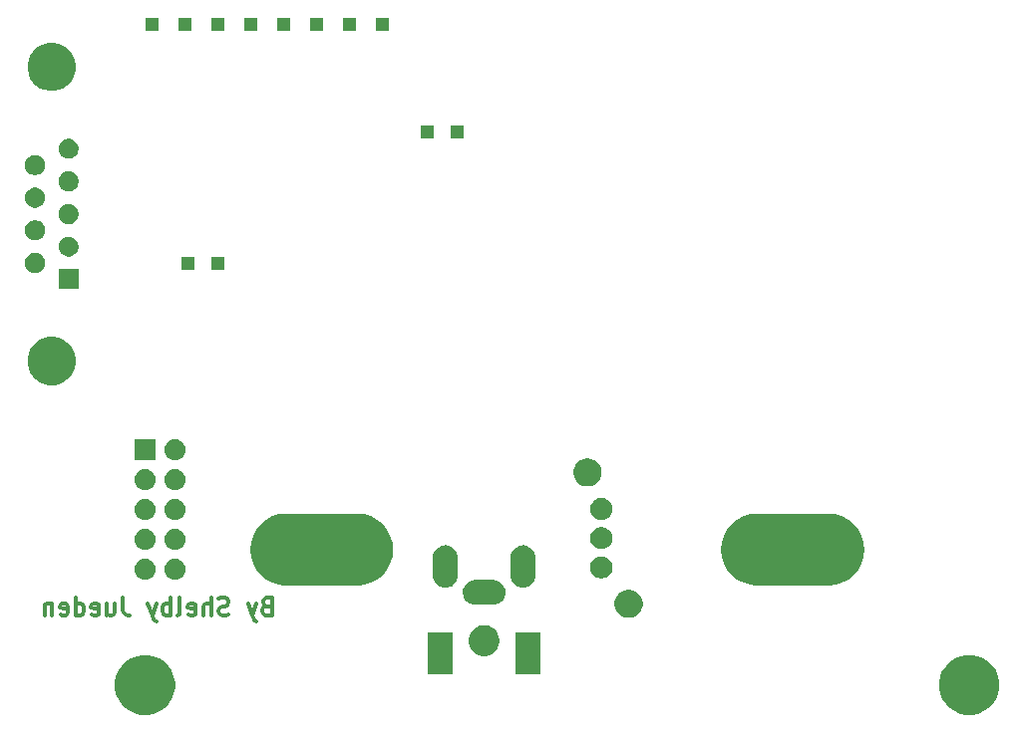
<source format=gbr>
G04 #@! TF.GenerationSoftware,KiCad,Pcbnew,5.1.4-3.fc30*
G04 #@! TF.CreationDate,2019-11-02T10:54:17-07:00*
G04 #@! TF.ProjectId,adampsu,6164616d-7073-4752-9e6b-696361645f70,rev?*
G04 #@! TF.SameCoordinates,Original*
G04 #@! TF.FileFunction,Soldermask,Bot*
G04 #@! TF.FilePolarity,Negative*
%FSLAX46Y46*%
G04 Gerber Fmt 4.6, Leading zero omitted, Abs format (unit mm)*
G04 Created by KiCad (PCBNEW 5.1.4-3.fc30) date 2019-11-02 10:54:17*
%MOMM*%
%LPD*%
G04 APERTURE LIST*
%ADD10C,0.300000*%
%ADD11C,0.100000*%
G04 APERTURE END LIST*
D10*
X113318571Y-152292857D02*
X113104285Y-152364285D01*
X113032857Y-152435714D01*
X112961428Y-152578571D01*
X112961428Y-152792857D01*
X113032857Y-152935714D01*
X113104285Y-153007142D01*
X113247142Y-153078571D01*
X113818571Y-153078571D01*
X113818571Y-151578571D01*
X113318571Y-151578571D01*
X113175714Y-151650000D01*
X113104285Y-151721428D01*
X113032857Y-151864285D01*
X113032857Y-152007142D01*
X113104285Y-152150000D01*
X113175714Y-152221428D01*
X113318571Y-152292857D01*
X113818571Y-152292857D01*
X112461428Y-152078571D02*
X112104285Y-153078571D01*
X111747142Y-152078571D02*
X112104285Y-153078571D01*
X112247142Y-153435714D01*
X112318571Y-153507142D01*
X112461428Y-153578571D01*
X110104285Y-153007142D02*
X109890000Y-153078571D01*
X109532857Y-153078571D01*
X109390000Y-153007142D01*
X109318571Y-152935714D01*
X109247142Y-152792857D01*
X109247142Y-152650000D01*
X109318571Y-152507142D01*
X109390000Y-152435714D01*
X109532857Y-152364285D01*
X109818571Y-152292857D01*
X109961428Y-152221428D01*
X110032857Y-152150000D01*
X110104285Y-152007142D01*
X110104285Y-151864285D01*
X110032857Y-151721428D01*
X109961428Y-151650000D01*
X109818571Y-151578571D01*
X109461428Y-151578571D01*
X109247142Y-151650000D01*
X108604285Y-153078571D02*
X108604285Y-151578571D01*
X107961428Y-153078571D02*
X107961428Y-152292857D01*
X108032857Y-152150000D01*
X108175714Y-152078571D01*
X108390000Y-152078571D01*
X108532857Y-152150000D01*
X108604285Y-152221428D01*
X106675714Y-153007142D02*
X106818571Y-153078571D01*
X107104285Y-153078571D01*
X107247142Y-153007142D01*
X107318571Y-152864285D01*
X107318571Y-152292857D01*
X107247142Y-152150000D01*
X107104285Y-152078571D01*
X106818571Y-152078571D01*
X106675714Y-152150000D01*
X106604285Y-152292857D01*
X106604285Y-152435714D01*
X107318571Y-152578571D01*
X105747142Y-153078571D02*
X105890000Y-153007142D01*
X105961428Y-152864285D01*
X105961428Y-151578571D01*
X105175714Y-153078571D02*
X105175714Y-151578571D01*
X105175714Y-152150000D02*
X105032857Y-152078571D01*
X104747142Y-152078571D01*
X104604285Y-152150000D01*
X104532857Y-152221428D01*
X104461428Y-152364285D01*
X104461428Y-152792857D01*
X104532857Y-152935714D01*
X104604285Y-153007142D01*
X104747142Y-153078571D01*
X105032857Y-153078571D01*
X105175714Y-153007142D01*
X103961428Y-152078571D02*
X103604285Y-153078571D01*
X103247142Y-152078571D02*
X103604285Y-153078571D01*
X103747142Y-153435714D01*
X103818571Y-153507142D01*
X103961428Y-153578571D01*
X101104285Y-151578571D02*
X101104285Y-152650000D01*
X101175714Y-152864285D01*
X101318571Y-153007142D01*
X101532857Y-153078571D01*
X101675714Y-153078571D01*
X99747142Y-152078571D02*
X99747142Y-153078571D01*
X100390000Y-152078571D02*
X100390000Y-152864285D01*
X100318571Y-153007142D01*
X100175714Y-153078571D01*
X99961428Y-153078571D01*
X99818571Y-153007142D01*
X99747142Y-152935714D01*
X98461428Y-153007142D02*
X98604285Y-153078571D01*
X98890000Y-153078571D01*
X99032857Y-153007142D01*
X99104285Y-152864285D01*
X99104285Y-152292857D01*
X99032857Y-152150000D01*
X98890000Y-152078571D01*
X98604285Y-152078571D01*
X98461428Y-152150000D01*
X98390000Y-152292857D01*
X98390000Y-152435714D01*
X99104285Y-152578571D01*
X97104285Y-153078571D02*
X97104285Y-151578571D01*
X97104285Y-153007142D02*
X97247142Y-153078571D01*
X97532857Y-153078571D01*
X97675714Y-153007142D01*
X97747142Y-152935714D01*
X97818571Y-152792857D01*
X97818571Y-152364285D01*
X97747142Y-152221428D01*
X97675714Y-152150000D01*
X97532857Y-152078571D01*
X97247142Y-152078571D01*
X97104285Y-152150000D01*
X95818571Y-153007142D02*
X95961428Y-153078571D01*
X96247142Y-153078571D01*
X96390000Y-153007142D01*
X96461428Y-152864285D01*
X96461428Y-152292857D01*
X96390000Y-152150000D01*
X96247142Y-152078571D01*
X95961428Y-152078571D01*
X95818571Y-152150000D01*
X95747142Y-152292857D01*
X95747142Y-152435714D01*
X96461428Y-152578571D01*
X95104285Y-152078571D02*
X95104285Y-153078571D01*
X95104285Y-152221428D02*
X95032857Y-152150000D01*
X94890000Y-152078571D01*
X94675714Y-152078571D01*
X94532857Y-152150000D01*
X94461428Y-152292857D01*
X94461428Y-153078571D01*
D11*
G36*
X173744098Y-156547033D02*
G01*
X174208350Y-156739332D01*
X174208352Y-156739333D01*
X174626168Y-157018509D01*
X174981491Y-157373832D01*
X175260667Y-157791648D01*
X175260668Y-157791650D01*
X175452967Y-158255902D01*
X175551000Y-158748747D01*
X175551000Y-159251253D01*
X175452967Y-159744098D01*
X175260668Y-160208350D01*
X175260667Y-160208352D01*
X174981491Y-160626168D01*
X174626168Y-160981491D01*
X174208352Y-161260667D01*
X174208351Y-161260668D01*
X174208350Y-161260668D01*
X173744098Y-161452967D01*
X173251253Y-161551000D01*
X172748747Y-161551000D01*
X172255902Y-161452967D01*
X171791650Y-161260668D01*
X171791649Y-161260668D01*
X171791648Y-161260667D01*
X171373832Y-160981491D01*
X171018509Y-160626168D01*
X170739333Y-160208352D01*
X170739332Y-160208350D01*
X170547033Y-159744098D01*
X170449000Y-159251253D01*
X170449000Y-158748747D01*
X170547033Y-158255902D01*
X170739332Y-157791650D01*
X170739333Y-157791648D01*
X171018509Y-157373832D01*
X171373832Y-157018509D01*
X171791648Y-156739333D01*
X171791650Y-156739332D01*
X172255902Y-156547033D01*
X172748747Y-156449000D01*
X173251253Y-156449000D01*
X173744098Y-156547033D01*
X173744098Y-156547033D01*
G37*
G36*
X103744098Y-156547033D02*
G01*
X104208350Y-156739332D01*
X104208352Y-156739333D01*
X104626168Y-157018509D01*
X104981491Y-157373832D01*
X105260667Y-157791648D01*
X105260668Y-157791650D01*
X105452967Y-158255902D01*
X105551000Y-158748747D01*
X105551000Y-159251253D01*
X105452967Y-159744098D01*
X105260668Y-160208350D01*
X105260667Y-160208352D01*
X104981491Y-160626168D01*
X104626168Y-160981491D01*
X104208352Y-161260667D01*
X104208351Y-161260668D01*
X104208350Y-161260668D01*
X103744098Y-161452967D01*
X103251253Y-161551000D01*
X102748747Y-161551000D01*
X102255902Y-161452967D01*
X101791650Y-161260668D01*
X101791649Y-161260668D01*
X101791648Y-161260667D01*
X101373832Y-160981491D01*
X101018509Y-160626168D01*
X100739333Y-160208352D01*
X100739332Y-160208350D01*
X100547033Y-159744098D01*
X100449000Y-159251253D01*
X100449000Y-158748747D01*
X100547033Y-158255902D01*
X100739332Y-157791650D01*
X100739333Y-157791648D01*
X101018509Y-157373832D01*
X101373832Y-157018509D01*
X101791648Y-156739333D01*
X101791650Y-156739332D01*
X102255902Y-156547033D01*
X102748747Y-156449000D01*
X103251253Y-156449000D01*
X103744098Y-156547033D01*
X103744098Y-156547033D01*
G37*
G36*
X129151000Y-158131000D02*
G01*
X127049000Y-158131000D01*
X127049000Y-154529000D01*
X129151000Y-154529000D01*
X129151000Y-158131000D01*
X129151000Y-158131000D01*
G37*
G36*
X136551000Y-158131000D02*
G01*
X134449000Y-158131000D01*
X134449000Y-154529000D01*
X136551000Y-154529000D01*
X136551000Y-158131000D01*
X136551000Y-158131000D01*
G37*
G36*
X132179487Y-153978996D02*
G01*
X132416253Y-154077068D01*
X132416255Y-154077069D01*
X132629339Y-154219447D01*
X132810553Y-154400661D01*
X132952932Y-154613747D01*
X133051004Y-154850513D01*
X133101000Y-155101861D01*
X133101000Y-155358139D01*
X133051004Y-155609487D01*
X132952932Y-155846253D01*
X132952931Y-155846255D01*
X132810553Y-156059339D01*
X132629339Y-156240553D01*
X132416255Y-156382931D01*
X132416254Y-156382932D01*
X132416253Y-156382932D01*
X132179487Y-156481004D01*
X131928139Y-156531000D01*
X131671861Y-156531000D01*
X131420513Y-156481004D01*
X131183747Y-156382932D01*
X131183746Y-156382932D01*
X131183745Y-156382931D01*
X130970661Y-156240553D01*
X130789447Y-156059339D01*
X130647069Y-155846255D01*
X130647068Y-155846253D01*
X130548996Y-155609487D01*
X130499000Y-155358139D01*
X130499000Y-155101861D01*
X130548996Y-154850513D01*
X130647068Y-154613747D01*
X130789447Y-154400661D01*
X130970661Y-154219447D01*
X131183745Y-154077069D01*
X131183747Y-154077068D01*
X131420513Y-153978996D01*
X131671861Y-153929000D01*
X131928139Y-153929000D01*
X132179487Y-153978996D01*
X132179487Y-153978996D01*
G37*
G36*
X144414676Y-150955684D02*
G01*
X144631969Y-151045690D01*
X144631971Y-151045691D01*
X144827530Y-151176360D01*
X144993840Y-151342670D01*
X145121783Y-151534149D01*
X145124510Y-151538231D01*
X145214516Y-151755524D01*
X145260400Y-151986200D01*
X145260400Y-152221400D01*
X145214516Y-152452076D01*
X145124510Y-152669369D01*
X145124509Y-152669371D01*
X144993840Y-152864930D01*
X144827530Y-153031240D01*
X144631971Y-153161909D01*
X144631970Y-153161910D01*
X144631969Y-153161910D01*
X144414676Y-153251916D01*
X144184000Y-153297800D01*
X143948800Y-153297800D01*
X143718124Y-153251916D01*
X143500831Y-153161910D01*
X143500830Y-153161910D01*
X143500829Y-153161909D01*
X143305270Y-153031240D01*
X143138960Y-152864930D01*
X143008291Y-152669371D01*
X143008290Y-152669369D01*
X142918284Y-152452076D01*
X142872400Y-152221400D01*
X142872400Y-151986200D01*
X142918284Y-151755524D01*
X143008290Y-151538231D01*
X143011018Y-151534149D01*
X143138960Y-151342670D01*
X143305270Y-151176360D01*
X143500829Y-151045691D01*
X143500831Y-151045690D01*
X143718124Y-150955684D01*
X143948800Y-150909800D01*
X144184000Y-150909800D01*
X144414676Y-150955684D01*
X144414676Y-150955684D01*
G37*
G36*
X132653097Y-150084069D02*
G01*
X132756032Y-150094207D01*
X132954146Y-150154305D01*
X132954149Y-150154306D01*
X133050975Y-150206061D01*
X133136729Y-150251897D01*
X133296765Y-150383235D01*
X133428103Y-150543271D01*
X133473939Y-150629025D01*
X133525694Y-150725851D01*
X133525695Y-150725854D01*
X133585793Y-150923968D01*
X133606085Y-151130000D01*
X133585793Y-151336032D01*
X133583779Y-151342670D01*
X133525694Y-151534149D01*
X133523513Y-151538229D01*
X133428103Y-151716729D01*
X133296765Y-151876765D01*
X133136729Y-152008103D01*
X133050975Y-152053939D01*
X132954149Y-152105694D01*
X132954146Y-152105695D01*
X132756032Y-152165793D01*
X132653097Y-152175931D01*
X132601631Y-152181000D01*
X130998369Y-152181000D01*
X130946903Y-152175931D01*
X130843968Y-152165793D01*
X130645854Y-152105695D01*
X130645851Y-152105694D01*
X130549025Y-152053939D01*
X130463271Y-152008103D01*
X130303235Y-151876765D01*
X130171897Y-151716729D01*
X130076487Y-151538229D01*
X130074306Y-151534149D01*
X130016221Y-151342670D01*
X130014207Y-151336032D01*
X129993915Y-151130000D01*
X130014207Y-150923968D01*
X130074305Y-150725854D01*
X130074306Y-150725851D01*
X130126061Y-150629025D01*
X130171897Y-150543271D01*
X130303235Y-150383235D01*
X130463271Y-150251897D01*
X130549025Y-150206061D01*
X130645851Y-150154306D01*
X130645854Y-150154305D01*
X130843968Y-150094207D01*
X130946903Y-150084069D01*
X130998369Y-150079000D01*
X132601631Y-150079000D01*
X132653097Y-150084069D01*
X132653097Y-150084069D01*
G37*
G36*
X135306031Y-147144207D02*
G01*
X135504145Y-147204305D01*
X135504148Y-147204306D01*
X135570030Y-147239521D01*
X135686729Y-147301897D01*
X135846765Y-147433235D01*
X135978103Y-147593271D01*
X135978104Y-147593273D01*
X136075694Y-147775851D01*
X136075694Y-147775852D01*
X136075695Y-147775854D01*
X136135793Y-147973968D01*
X136151000Y-148128370D01*
X136151000Y-149731630D01*
X136135793Y-149886032D01*
X136082716Y-150061000D01*
X136075694Y-150084149D01*
X136038194Y-150154306D01*
X135978103Y-150266729D01*
X135846765Y-150426765D01*
X135686729Y-150558103D01*
X135600975Y-150603939D01*
X135504149Y-150655694D01*
X135504146Y-150655695D01*
X135306032Y-150715793D01*
X135100000Y-150736085D01*
X134893969Y-150715793D01*
X134695855Y-150655695D01*
X134695852Y-150655694D01*
X134599026Y-150603939D01*
X134513272Y-150558103D01*
X134353236Y-150426765D01*
X134221898Y-150266729D01*
X134161807Y-150154306D01*
X134124305Y-150084146D01*
X134064207Y-149886033D01*
X134049000Y-149731631D01*
X134049000Y-148128370D01*
X134064207Y-147973971D01*
X134064207Y-147973969D01*
X134124305Y-147775855D01*
X134124306Y-147775852D01*
X134159521Y-147709970D01*
X134221897Y-147593271D01*
X134353235Y-147433235D01*
X134513271Y-147301897D01*
X134599025Y-147256061D01*
X134695851Y-147204306D01*
X134695854Y-147204305D01*
X134893968Y-147144207D01*
X135100000Y-147123915D01*
X135306031Y-147144207D01*
X135306031Y-147144207D01*
G37*
G36*
X128706031Y-147144207D02*
G01*
X128904145Y-147204305D01*
X128904148Y-147204306D01*
X128970030Y-147239521D01*
X129086729Y-147301897D01*
X129246765Y-147433235D01*
X129378103Y-147593271D01*
X129378104Y-147593273D01*
X129475694Y-147775851D01*
X129475694Y-147775852D01*
X129475695Y-147775854D01*
X129535793Y-147973968D01*
X129551000Y-148128370D01*
X129551000Y-149731630D01*
X129535793Y-149886032D01*
X129482716Y-150061000D01*
X129475694Y-150084149D01*
X129438194Y-150154306D01*
X129378103Y-150266729D01*
X129246765Y-150426765D01*
X129086729Y-150558103D01*
X129000975Y-150603939D01*
X128904149Y-150655694D01*
X128904146Y-150655695D01*
X128706032Y-150715793D01*
X128500000Y-150736085D01*
X128293969Y-150715793D01*
X128095855Y-150655695D01*
X128095852Y-150655694D01*
X127999026Y-150603939D01*
X127913272Y-150558103D01*
X127753236Y-150426765D01*
X127621898Y-150266729D01*
X127561807Y-150154306D01*
X127524305Y-150084146D01*
X127464207Y-149886033D01*
X127449000Y-149731631D01*
X127449000Y-148128370D01*
X127464207Y-147973971D01*
X127464207Y-147973969D01*
X127524305Y-147775855D01*
X127524306Y-147775852D01*
X127559521Y-147709970D01*
X127621897Y-147593271D01*
X127753235Y-147433235D01*
X127913271Y-147301897D01*
X127999025Y-147256061D01*
X128095851Y-147204306D01*
X128095854Y-147204305D01*
X128293968Y-147144207D01*
X128500000Y-147123915D01*
X128706031Y-147144207D01*
X128706031Y-147144207D01*
G37*
G36*
X121598099Y-144493145D02*
G01*
X122173219Y-144667606D01*
X122703245Y-144950911D01*
X123167822Y-145332178D01*
X123549089Y-145796755D01*
X123832394Y-146326781D01*
X124006855Y-146901901D01*
X124065762Y-147500000D01*
X124006855Y-148098099D01*
X123832394Y-148673219D01*
X123549089Y-149203245D01*
X123167822Y-149667822D01*
X122703245Y-150049089D01*
X122173219Y-150332394D01*
X121598099Y-150506855D01*
X121149884Y-150551000D01*
X114850116Y-150551000D01*
X114401901Y-150506855D01*
X113826781Y-150332394D01*
X113296755Y-150049089D01*
X112832178Y-149667822D01*
X112450911Y-149203245D01*
X112167606Y-148673219D01*
X111993145Y-148098099D01*
X111934238Y-147500000D01*
X111993145Y-146901901D01*
X112167606Y-146326781D01*
X112450911Y-145796755D01*
X112832178Y-145332178D01*
X113296755Y-144950911D01*
X113826781Y-144667606D01*
X114401901Y-144493145D01*
X114850116Y-144449000D01*
X121149884Y-144449000D01*
X121598099Y-144493145D01*
X121598099Y-144493145D01*
G37*
G36*
X161598099Y-144493145D02*
G01*
X162173219Y-144667606D01*
X162703245Y-144950911D01*
X163167822Y-145332178D01*
X163549089Y-145796755D01*
X163832394Y-146326781D01*
X164006855Y-146901901D01*
X164065762Y-147500000D01*
X164006855Y-148098099D01*
X163832394Y-148673219D01*
X163549089Y-149203245D01*
X163167822Y-149667822D01*
X162703245Y-150049089D01*
X162173219Y-150332394D01*
X161598099Y-150506855D01*
X161149884Y-150551000D01*
X154850116Y-150551000D01*
X154401901Y-150506855D01*
X153826781Y-150332394D01*
X153296755Y-150049089D01*
X152832178Y-149667822D01*
X152450911Y-149203245D01*
X152167606Y-148673219D01*
X151993145Y-148098099D01*
X151934238Y-147500000D01*
X151993145Y-146901901D01*
X152167606Y-146326781D01*
X152450911Y-145796755D01*
X152832178Y-145332178D01*
X153296755Y-144950911D01*
X153826781Y-144667606D01*
X154401901Y-144493145D01*
X154850116Y-144449000D01*
X161149884Y-144449000D01*
X161598099Y-144493145D01*
X161598099Y-144493145D01*
G37*
G36*
X103110442Y-148265518D02*
G01*
X103176627Y-148272037D01*
X103346466Y-148323557D01*
X103502991Y-148407222D01*
X103538729Y-148436552D01*
X103640186Y-148519814D01*
X103723448Y-148621271D01*
X103752778Y-148657009D01*
X103836443Y-148813534D01*
X103887963Y-148983373D01*
X103905359Y-149160000D01*
X103887963Y-149336627D01*
X103836443Y-149506466D01*
X103752778Y-149662991D01*
X103748814Y-149667821D01*
X103640186Y-149800186D01*
X103538729Y-149883448D01*
X103502991Y-149912778D01*
X103346466Y-149996443D01*
X103176627Y-150047963D01*
X103110442Y-150054482D01*
X103044260Y-150061000D01*
X102955740Y-150061000D01*
X102889558Y-150054482D01*
X102823373Y-150047963D01*
X102653534Y-149996443D01*
X102497009Y-149912778D01*
X102461271Y-149883448D01*
X102359814Y-149800186D01*
X102251186Y-149667821D01*
X102247222Y-149662991D01*
X102163557Y-149506466D01*
X102112037Y-149336627D01*
X102094641Y-149160000D01*
X102112037Y-148983373D01*
X102163557Y-148813534D01*
X102247222Y-148657009D01*
X102276552Y-148621271D01*
X102359814Y-148519814D01*
X102461271Y-148436552D01*
X102497009Y-148407222D01*
X102653534Y-148323557D01*
X102823373Y-148272037D01*
X102889558Y-148265518D01*
X102955740Y-148259000D01*
X103044260Y-148259000D01*
X103110442Y-148265518D01*
X103110442Y-148265518D01*
G37*
G36*
X105650442Y-148265518D02*
G01*
X105716627Y-148272037D01*
X105886466Y-148323557D01*
X106042991Y-148407222D01*
X106078729Y-148436552D01*
X106180186Y-148519814D01*
X106263448Y-148621271D01*
X106292778Y-148657009D01*
X106376443Y-148813534D01*
X106427963Y-148983373D01*
X106445359Y-149160000D01*
X106427963Y-149336627D01*
X106376443Y-149506466D01*
X106292778Y-149662991D01*
X106288814Y-149667821D01*
X106180186Y-149800186D01*
X106078729Y-149883448D01*
X106042991Y-149912778D01*
X105886466Y-149996443D01*
X105716627Y-150047963D01*
X105650442Y-150054482D01*
X105584260Y-150061000D01*
X105495740Y-150061000D01*
X105429558Y-150054482D01*
X105363373Y-150047963D01*
X105193534Y-149996443D01*
X105037009Y-149912778D01*
X105001271Y-149883448D01*
X104899814Y-149800186D01*
X104791186Y-149667821D01*
X104787222Y-149662991D01*
X104703557Y-149506466D01*
X104652037Y-149336627D01*
X104634641Y-149160000D01*
X104652037Y-148983373D01*
X104703557Y-148813534D01*
X104787222Y-148657009D01*
X104816552Y-148621271D01*
X104899814Y-148519814D01*
X105001271Y-148436552D01*
X105037009Y-148407222D01*
X105193534Y-148323557D01*
X105363373Y-148272037D01*
X105429558Y-148265518D01*
X105495740Y-148259000D01*
X105584260Y-148259000D01*
X105650442Y-148265518D01*
X105650442Y-148265518D01*
G37*
G36*
X142029187Y-148101123D02*
G01*
X142200255Y-148171982D01*
X142200257Y-148171983D01*
X142277758Y-148223768D01*
X142354214Y-148274854D01*
X142485146Y-148405786D01*
X142588018Y-148559745D01*
X142658877Y-148730813D01*
X142695000Y-148912417D01*
X142695000Y-149097583D01*
X142658877Y-149279187D01*
X142635085Y-149336625D01*
X142588017Y-149450257D01*
X142485145Y-149604215D01*
X142354215Y-149735145D01*
X142200257Y-149838017D01*
X142200256Y-149838018D01*
X142200255Y-149838018D01*
X142029187Y-149908877D01*
X141847583Y-149945000D01*
X141662417Y-149945000D01*
X141480813Y-149908877D01*
X141309745Y-149838018D01*
X141309744Y-149838018D01*
X141309743Y-149838017D01*
X141155785Y-149735145D01*
X141024855Y-149604215D01*
X140921983Y-149450257D01*
X140874915Y-149336625D01*
X140851123Y-149279187D01*
X140815000Y-149097583D01*
X140815000Y-148912417D01*
X140851123Y-148730813D01*
X140921982Y-148559745D01*
X141024854Y-148405786D01*
X141155786Y-148274854D01*
X141232242Y-148223768D01*
X141309743Y-148171983D01*
X141309745Y-148171982D01*
X141480813Y-148101123D01*
X141662417Y-148065000D01*
X141847583Y-148065000D01*
X142029187Y-148101123D01*
X142029187Y-148101123D01*
G37*
G36*
X105650442Y-145725518D02*
G01*
X105716627Y-145732037D01*
X105886466Y-145783557D01*
X106042991Y-145867222D01*
X106078729Y-145896552D01*
X106180186Y-145979814D01*
X106254644Y-146070543D01*
X106292778Y-146117009D01*
X106376443Y-146273534D01*
X106427963Y-146443373D01*
X106445359Y-146620000D01*
X106427963Y-146796627D01*
X106376443Y-146966466D01*
X106292778Y-147122991D01*
X106275366Y-147144207D01*
X106180186Y-147260186D01*
X106078729Y-147343448D01*
X106042991Y-147372778D01*
X105886466Y-147456443D01*
X105716627Y-147507963D01*
X105650442Y-147514482D01*
X105584260Y-147521000D01*
X105495740Y-147521000D01*
X105429558Y-147514482D01*
X105363373Y-147507963D01*
X105193534Y-147456443D01*
X105037009Y-147372778D01*
X105001271Y-147343448D01*
X104899814Y-147260186D01*
X104804634Y-147144207D01*
X104787222Y-147122991D01*
X104703557Y-146966466D01*
X104652037Y-146796627D01*
X104634641Y-146620000D01*
X104652037Y-146443373D01*
X104703557Y-146273534D01*
X104787222Y-146117009D01*
X104825356Y-146070543D01*
X104899814Y-145979814D01*
X105001271Y-145896552D01*
X105037009Y-145867222D01*
X105193534Y-145783557D01*
X105363373Y-145732037D01*
X105429558Y-145725518D01*
X105495740Y-145719000D01*
X105584260Y-145719000D01*
X105650442Y-145725518D01*
X105650442Y-145725518D01*
G37*
G36*
X103110442Y-145725518D02*
G01*
X103176627Y-145732037D01*
X103346466Y-145783557D01*
X103502991Y-145867222D01*
X103538729Y-145896552D01*
X103640186Y-145979814D01*
X103714644Y-146070543D01*
X103752778Y-146117009D01*
X103836443Y-146273534D01*
X103887963Y-146443373D01*
X103905359Y-146620000D01*
X103887963Y-146796627D01*
X103836443Y-146966466D01*
X103752778Y-147122991D01*
X103735366Y-147144207D01*
X103640186Y-147260186D01*
X103538729Y-147343448D01*
X103502991Y-147372778D01*
X103346466Y-147456443D01*
X103176627Y-147507963D01*
X103110442Y-147514482D01*
X103044260Y-147521000D01*
X102955740Y-147521000D01*
X102889558Y-147514482D01*
X102823373Y-147507963D01*
X102653534Y-147456443D01*
X102497009Y-147372778D01*
X102461271Y-147343448D01*
X102359814Y-147260186D01*
X102264634Y-147144207D01*
X102247222Y-147122991D01*
X102163557Y-146966466D01*
X102112037Y-146796627D01*
X102094641Y-146620000D01*
X102112037Y-146443373D01*
X102163557Y-146273534D01*
X102247222Y-146117009D01*
X102285356Y-146070543D01*
X102359814Y-145979814D01*
X102461271Y-145896552D01*
X102497009Y-145867222D01*
X102653534Y-145783557D01*
X102823373Y-145732037D01*
X102889558Y-145725518D01*
X102955740Y-145719000D01*
X103044260Y-145719000D01*
X103110442Y-145725518D01*
X103110442Y-145725518D01*
G37*
G36*
X142029187Y-145611923D02*
G01*
X142200255Y-145682782D01*
X142200257Y-145682783D01*
X142254459Y-145719000D01*
X142354214Y-145785654D01*
X142485146Y-145916586D01*
X142588018Y-146070545D01*
X142658877Y-146241613D01*
X142695000Y-146423217D01*
X142695000Y-146608383D01*
X142658877Y-146789987D01*
X142612521Y-146901900D01*
X142588017Y-146961057D01*
X142584401Y-146966468D01*
X142485146Y-147115014D01*
X142354214Y-147245946D01*
X142332902Y-147260186D01*
X142200257Y-147348817D01*
X142200256Y-147348818D01*
X142200255Y-147348818D01*
X142029187Y-147419677D01*
X141847583Y-147455800D01*
X141662417Y-147455800D01*
X141480813Y-147419677D01*
X141309745Y-147348818D01*
X141309744Y-147348818D01*
X141309743Y-147348817D01*
X141177098Y-147260186D01*
X141155786Y-147245946D01*
X141024854Y-147115014D01*
X140925599Y-146966468D01*
X140921983Y-146961057D01*
X140897479Y-146901900D01*
X140851123Y-146789987D01*
X140815000Y-146608383D01*
X140815000Y-146423217D01*
X140851123Y-146241613D01*
X140921982Y-146070545D01*
X141024854Y-145916586D01*
X141155786Y-145785654D01*
X141255541Y-145719000D01*
X141309743Y-145682783D01*
X141309745Y-145682782D01*
X141480813Y-145611923D01*
X141662417Y-145575800D01*
X141847583Y-145575800D01*
X142029187Y-145611923D01*
X142029187Y-145611923D01*
G37*
G36*
X103110443Y-143185519D02*
G01*
X103176627Y-143192037D01*
X103346466Y-143243557D01*
X103502991Y-143327222D01*
X103538729Y-143356552D01*
X103640186Y-143439814D01*
X103723448Y-143541271D01*
X103752778Y-143577009D01*
X103836443Y-143733534D01*
X103887963Y-143903373D01*
X103905359Y-144080000D01*
X103887963Y-144256627D01*
X103836443Y-144426466D01*
X103752778Y-144582991D01*
X103723448Y-144618729D01*
X103640186Y-144720186D01*
X103538729Y-144803448D01*
X103502991Y-144832778D01*
X103346466Y-144916443D01*
X103176627Y-144967963D01*
X103110442Y-144974482D01*
X103044260Y-144981000D01*
X102955740Y-144981000D01*
X102889558Y-144974482D01*
X102823373Y-144967963D01*
X102653534Y-144916443D01*
X102497009Y-144832778D01*
X102461271Y-144803448D01*
X102359814Y-144720186D01*
X102276552Y-144618729D01*
X102247222Y-144582991D01*
X102163557Y-144426466D01*
X102112037Y-144256627D01*
X102094641Y-144080000D01*
X102112037Y-143903373D01*
X102163557Y-143733534D01*
X102247222Y-143577009D01*
X102276552Y-143541271D01*
X102359814Y-143439814D01*
X102461271Y-143356552D01*
X102497009Y-143327222D01*
X102653534Y-143243557D01*
X102823373Y-143192037D01*
X102889557Y-143185519D01*
X102955740Y-143179000D01*
X103044260Y-143179000D01*
X103110443Y-143185519D01*
X103110443Y-143185519D01*
G37*
G36*
X105650443Y-143185519D02*
G01*
X105716627Y-143192037D01*
X105886466Y-143243557D01*
X106042991Y-143327222D01*
X106078729Y-143356552D01*
X106180186Y-143439814D01*
X106263448Y-143541271D01*
X106292778Y-143577009D01*
X106376443Y-143733534D01*
X106427963Y-143903373D01*
X106445359Y-144080000D01*
X106427963Y-144256627D01*
X106376443Y-144426466D01*
X106292778Y-144582991D01*
X106263448Y-144618729D01*
X106180186Y-144720186D01*
X106078729Y-144803448D01*
X106042991Y-144832778D01*
X105886466Y-144916443D01*
X105716627Y-144967963D01*
X105650442Y-144974482D01*
X105584260Y-144981000D01*
X105495740Y-144981000D01*
X105429558Y-144974482D01*
X105363373Y-144967963D01*
X105193534Y-144916443D01*
X105037009Y-144832778D01*
X105001271Y-144803448D01*
X104899814Y-144720186D01*
X104816552Y-144618729D01*
X104787222Y-144582991D01*
X104703557Y-144426466D01*
X104652037Y-144256627D01*
X104634641Y-144080000D01*
X104652037Y-143903373D01*
X104703557Y-143733534D01*
X104787222Y-143577009D01*
X104816552Y-143541271D01*
X104899814Y-143439814D01*
X105001271Y-143356552D01*
X105037009Y-143327222D01*
X105193534Y-143243557D01*
X105363373Y-143192037D01*
X105429557Y-143185519D01*
X105495740Y-143179000D01*
X105584260Y-143179000D01*
X105650443Y-143185519D01*
X105650443Y-143185519D01*
G37*
G36*
X142029187Y-143122723D02*
G01*
X142196525Y-143192037D01*
X142200257Y-143193583D01*
X142275048Y-143243557D01*
X142354214Y-143296454D01*
X142485146Y-143427386D01*
X142588018Y-143581345D01*
X142658877Y-143752413D01*
X142695000Y-143934017D01*
X142695000Y-144119183D01*
X142658877Y-144300787D01*
X142606819Y-144426466D01*
X142588017Y-144471857D01*
X142485145Y-144625815D01*
X142354215Y-144756745D01*
X142200257Y-144859617D01*
X142200256Y-144859618D01*
X142200255Y-144859618D01*
X142029187Y-144930477D01*
X141847583Y-144966600D01*
X141662417Y-144966600D01*
X141480813Y-144930477D01*
X141309745Y-144859618D01*
X141309744Y-144859618D01*
X141309743Y-144859617D01*
X141155785Y-144756745D01*
X141024855Y-144625815D01*
X140921983Y-144471857D01*
X140903181Y-144426466D01*
X140851123Y-144300787D01*
X140815000Y-144119183D01*
X140815000Y-143934017D01*
X140851123Y-143752413D01*
X140921982Y-143581345D01*
X141024854Y-143427386D01*
X141155786Y-143296454D01*
X141234952Y-143243557D01*
X141309743Y-143193583D01*
X141313475Y-143192037D01*
X141480813Y-143122723D01*
X141662417Y-143086600D01*
X141847583Y-143086600D01*
X142029187Y-143122723D01*
X142029187Y-143122723D01*
G37*
G36*
X105650442Y-140645518D02*
G01*
X105716627Y-140652037D01*
X105886466Y-140703557D01*
X106042991Y-140787222D01*
X106070991Y-140810201D01*
X106180186Y-140899814D01*
X106263448Y-141001271D01*
X106292778Y-141037009D01*
X106376443Y-141193534D01*
X106427963Y-141363373D01*
X106445359Y-141540000D01*
X106427963Y-141716627D01*
X106376443Y-141886466D01*
X106292778Y-142042991D01*
X106265758Y-142075915D01*
X106180186Y-142180186D01*
X106078729Y-142263448D01*
X106042991Y-142292778D01*
X105886466Y-142376443D01*
X105716627Y-142427963D01*
X105650442Y-142434482D01*
X105584260Y-142441000D01*
X105495740Y-142441000D01*
X105429558Y-142434482D01*
X105363373Y-142427963D01*
X105193534Y-142376443D01*
X105037009Y-142292778D01*
X105001271Y-142263448D01*
X104899814Y-142180186D01*
X104814242Y-142075915D01*
X104787222Y-142042991D01*
X104703557Y-141886466D01*
X104652037Y-141716627D01*
X104634641Y-141540000D01*
X104652037Y-141363373D01*
X104703557Y-141193534D01*
X104787222Y-141037009D01*
X104816552Y-141001271D01*
X104899814Y-140899814D01*
X105009009Y-140810201D01*
X105037009Y-140787222D01*
X105193534Y-140703557D01*
X105363373Y-140652037D01*
X105429558Y-140645518D01*
X105495740Y-140639000D01*
X105584260Y-140639000D01*
X105650442Y-140645518D01*
X105650442Y-140645518D01*
G37*
G36*
X103110442Y-140645518D02*
G01*
X103176627Y-140652037D01*
X103346466Y-140703557D01*
X103502991Y-140787222D01*
X103530991Y-140810201D01*
X103640186Y-140899814D01*
X103723448Y-141001271D01*
X103752778Y-141037009D01*
X103836443Y-141193534D01*
X103887963Y-141363373D01*
X103905359Y-141540000D01*
X103887963Y-141716627D01*
X103836443Y-141886466D01*
X103752778Y-142042991D01*
X103725758Y-142075915D01*
X103640186Y-142180186D01*
X103538729Y-142263448D01*
X103502991Y-142292778D01*
X103346466Y-142376443D01*
X103176627Y-142427963D01*
X103110442Y-142434482D01*
X103044260Y-142441000D01*
X102955740Y-142441000D01*
X102889558Y-142434482D01*
X102823373Y-142427963D01*
X102653534Y-142376443D01*
X102497009Y-142292778D01*
X102461271Y-142263448D01*
X102359814Y-142180186D01*
X102274242Y-142075915D01*
X102247222Y-142042991D01*
X102163557Y-141886466D01*
X102112037Y-141716627D01*
X102094641Y-141540000D01*
X102112037Y-141363373D01*
X102163557Y-141193534D01*
X102247222Y-141037009D01*
X102276552Y-141001271D01*
X102359814Y-140899814D01*
X102469009Y-140810201D01*
X102497009Y-140787222D01*
X102653534Y-140703557D01*
X102823373Y-140652037D01*
X102889558Y-140645518D01*
X102955740Y-140639000D01*
X103044260Y-140639000D01*
X103110442Y-140645518D01*
X103110442Y-140645518D01*
G37*
G36*
X140909476Y-139779684D02*
G01*
X141126769Y-139869690D01*
X141126771Y-139869691D01*
X141173628Y-139901000D01*
X141322330Y-140000360D01*
X141488640Y-140166670D01*
X141619310Y-140362231D01*
X141709316Y-140579524D01*
X141755200Y-140810200D01*
X141755200Y-141045400D01*
X141709316Y-141276076D01*
X141673156Y-141363373D01*
X141619309Y-141493371D01*
X141488640Y-141688930D01*
X141322330Y-141855240D01*
X141126771Y-141985909D01*
X141126770Y-141985910D01*
X141126769Y-141985910D01*
X140909476Y-142075916D01*
X140678800Y-142121800D01*
X140443600Y-142121800D01*
X140212924Y-142075916D01*
X139995631Y-141985910D01*
X139995630Y-141985910D01*
X139995629Y-141985909D01*
X139800070Y-141855240D01*
X139633760Y-141688930D01*
X139503091Y-141493371D01*
X139449244Y-141363373D01*
X139413084Y-141276076D01*
X139367200Y-141045400D01*
X139367200Y-140810200D01*
X139413084Y-140579524D01*
X139503090Y-140362231D01*
X139633760Y-140166670D01*
X139800070Y-140000360D01*
X139948772Y-139901000D01*
X139995629Y-139869691D01*
X139995631Y-139869690D01*
X140212924Y-139779684D01*
X140443600Y-139733800D01*
X140678800Y-139733800D01*
X140909476Y-139779684D01*
X140909476Y-139779684D01*
G37*
G36*
X105650443Y-138105519D02*
G01*
X105716627Y-138112037D01*
X105886466Y-138163557D01*
X106042991Y-138247222D01*
X106078729Y-138276552D01*
X106180186Y-138359814D01*
X106263448Y-138461271D01*
X106292778Y-138497009D01*
X106376443Y-138653534D01*
X106427963Y-138823373D01*
X106445359Y-139000000D01*
X106427963Y-139176627D01*
X106376443Y-139346466D01*
X106292778Y-139502991D01*
X106263448Y-139538729D01*
X106180186Y-139640186D01*
X106078729Y-139723448D01*
X106042991Y-139752778D01*
X105886466Y-139836443D01*
X105716627Y-139887963D01*
X105650443Y-139894481D01*
X105584260Y-139901000D01*
X105495740Y-139901000D01*
X105429557Y-139894481D01*
X105363373Y-139887963D01*
X105193534Y-139836443D01*
X105037009Y-139752778D01*
X105001271Y-139723448D01*
X104899814Y-139640186D01*
X104816552Y-139538729D01*
X104787222Y-139502991D01*
X104703557Y-139346466D01*
X104652037Y-139176627D01*
X104634641Y-139000000D01*
X104652037Y-138823373D01*
X104703557Y-138653534D01*
X104787222Y-138497009D01*
X104816552Y-138461271D01*
X104899814Y-138359814D01*
X105001271Y-138276552D01*
X105037009Y-138247222D01*
X105193534Y-138163557D01*
X105363373Y-138112037D01*
X105429557Y-138105519D01*
X105495740Y-138099000D01*
X105584260Y-138099000D01*
X105650443Y-138105519D01*
X105650443Y-138105519D01*
G37*
G36*
X103901000Y-139901000D02*
G01*
X102099000Y-139901000D01*
X102099000Y-138099000D01*
X103901000Y-138099000D01*
X103901000Y-139901000D01*
X103901000Y-139901000D01*
G37*
G36*
X95678254Y-129487818D02*
G01*
X96051511Y-129642426D01*
X96051513Y-129642427D01*
X96387436Y-129866884D01*
X96673116Y-130152564D01*
X96897574Y-130488489D01*
X97052182Y-130861746D01*
X97131000Y-131257993D01*
X97131000Y-131662007D01*
X97052182Y-132058254D01*
X96897574Y-132431511D01*
X96897573Y-132431513D01*
X96673116Y-132767436D01*
X96387436Y-133053116D01*
X96051513Y-133277573D01*
X96051512Y-133277574D01*
X96051511Y-133277574D01*
X95678254Y-133432182D01*
X95282007Y-133511000D01*
X94877993Y-133511000D01*
X94481746Y-133432182D01*
X94108489Y-133277574D01*
X94108488Y-133277574D01*
X94108487Y-133277573D01*
X93772564Y-133053116D01*
X93486884Y-132767436D01*
X93262427Y-132431513D01*
X93262426Y-132431511D01*
X93107818Y-132058254D01*
X93029000Y-131662007D01*
X93029000Y-131257993D01*
X93107818Y-130861746D01*
X93262426Y-130488489D01*
X93486884Y-130152564D01*
X93772564Y-129866884D01*
X94108487Y-129642427D01*
X94108489Y-129642426D01*
X94481746Y-129487818D01*
X94877993Y-129409000D01*
X95282007Y-129409000D01*
X95678254Y-129487818D01*
X95678254Y-129487818D01*
G37*
G36*
X97351000Y-125351000D02*
G01*
X95649000Y-125351000D01*
X95649000Y-123649000D01*
X97351000Y-123649000D01*
X97351000Y-125351000D01*
X97351000Y-125351000D01*
G37*
G36*
X93908228Y-122296703D02*
G01*
X94063100Y-122360853D01*
X94202481Y-122453985D01*
X94321015Y-122572519D01*
X94414147Y-122711900D01*
X94478297Y-122866772D01*
X94511000Y-123031184D01*
X94511000Y-123198816D01*
X94478297Y-123363228D01*
X94414147Y-123518100D01*
X94321015Y-123657481D01*
X94202481Y-123776015D01*
X94063100Y-123869147D01*
X93908228Y-123933297D01*
X93743816Y-123966000D01*
X93576184Y-123966000D01*
X93411772Y-123933297D01*
X93256900Y-123869147D01*
X93117519Y-123776015D01*
X92998985Y-123657481D01*
X92905853Y-123518100D01*
X92841703Y-123363228D01*
X92809000Y-123198816D01*
X92809000Y-123031184D01*
X92841703Y-122866772D01*
X92905853Y-122711900D01*
X92998985Y-122572519D01*
X93117519Y-122453985D01*
X93256900Y-122360853D01*
X93411772Y-122296703D01*
X93576184Y-122264000D01*
X93743816Y-122264000D01*
X93908228Y-122296703D01*
X93908228Y-122296703D01*
G37*
G36*
X109771000Y-123741000D02*
G01*
X108669000Y-123741000D01*
X108669000Y-122639000D01*
X109771000Y-122639000D01*
X109771000Y-123741000D01*
X109771000Y-123741000D01*
G37*
G36*
X107231000Y-123741000D02*
G01*
X106129000Y-123741000D01*
X106129000Y-122639000D01*
X107231000Y-122639000D01*
X107231000Y-123741000D01*
X107231000Y-123741000D01*
G37*
G36*
X96748228Y-120911703D02*
G01*
X96903100Y-120975853D01*
X97042481Y-121068985D01*
X97161015Y-121187519D01*
X97254147Y-121326900D01*
X97318297Y-121481772D01*
X97351000Y-121646184D01*
X97351000Y-121813816D01*
X97318297Y-121978228D01*
X97254147Y-122133100D01*
X97161015Y-122272481D01*
X97042481Y-122391015D01*
X96903100Y-122484147D01*
X96748228Y-122548297D01*
X96583816Y-122581000D01*
X96416184Y-122581000D01*
X96251772Y-122548297D01*
X96096900Y-122484147D01*
X95957519Y-122391015D01*
X95838985Y-122272481D01*
X95745853Y-122133100D01*
X95681703Y-121978228D01*
X95649000Y-121813816D01*
X95649000Y-121646184D01*
X95681703Y-121481772D01*
X95745853Y-121326900D01*
X95838985Y-121187519D01*
X95957519Y-121068985D01*
X96096900Y-120975853D01*
X96251772Y-120911703D01*
X96416184Y-120879000D01*
X96583816Y-120879000D01*
X96748228Y-120911703D01*
X96748228Y-120911703D01*
G37*
G36*
X93908228Y-119526703D02*
G01*
X94063100Y-119590853D01*
X94202481Y-119683985D01*
X94321015Y-119802519D01*
X94414147Y-119941900D01*
X94478297Y-120096772D01*
X94511000Y-120261184D01*
X94511000Y-120428816D01*
X94478297Y-120593228D01*
X94414147Y-120748100D01*
X94321015Y-120887481D01*
X94202481Y-121006015D01*
X94063100Y-121099147D01*
X93908228Y-121163297D01*
X93743816Y-121196000D01*
X93576184Y-121196000D01*
X93411772Y-121163297D01*
X93256900Y-121099147D01*
X93117519Y-121006015D01*
X92998985Y-120887481D01*
X92905853Y-120748100D01*
X92841703Y-120593228D01*
X92809000Y-120428816D01*
X92809000Y-120261184D01*
X92841703Y-120096772D01*
X92905853Y-119941900D01*
X92998985Y-119802519D01*
X93117519Y-119683985D01*
X93256900Y-119590853D01*
X93411772Y-119526703D01*
X93576184Y-119494000D01*
X93743816Y-119494000D01*
X93908228Y-119526703D01*
X93908228Y-119526703D01*
G37*
G36*
X96748228Y-118141703D02*
G01*
X96903100Y-118205853D01*
X97042481Y-118298985D01*
X97161015Y-118417519D01*
X97254147Y-118556900D01*
X97318297Y-118711772D01*
X97351000Y-118876184D01*
X97351000Y-119043816D01*
X97318297Y-119208228D01*
X97254147Y-119363100D01*
X97161015Y-119502481D01*
X97042481Y-119621015D01*
X96903100Y-119714147D01*
X96748228Y-119778297D01*
X96583816Y-119811000D01*
X96416184Y-119811000D01*
X96251772Y-119778297D01*
X96096900Y-119714147D01*
X95957519Y-119621015D01*
X95838985Y-119502481D01*
X95745853Y-119363100D01*
X95681703Y-119208228D01*
X95649000Y-119043816D01*
X95649000Y-118876184D01*
X95681703Y-118711772D01*
X95745853Y-118556900D01*
X95838985Y-118417519D01*
X95957519Y-118298985D01*
X96096900Y-118205853D01*
X96251772Y-118141703D01*
X96416184Y-118109000D01*
X96583816Y-118109000D01*
X96748228Y-118141703D01*
X96748228Y-118141703D01*
G37*
G36*
X93908228Y-116756703D02*
G01*
X94063100Y-116820853D01*
X94202481Y-116913985D01*
X94321015Y-117032519D01*
X94414147Y-117171900D01*
X94478297Y-117326772D01*
X94511000Y-117491184D01*
X94511000Y-117658816D01*
X94478297Y-117823228D01*
X94414147Y-117978100D01*
X94321015Y-118117481D01*
X94202481Y-118236015D01*
X94063100Y-118329147D01*
X93908228Y-118393297D01*
X93743816Y-118426000D01*
X93576184Y-118426000D01*
X93411772Y-118393297D01*
X93256900Y-118329147D01*
X93117519Y-118236015D01*
X92998985Y-118117481D01*
X92905853Y-117978100D01*
X92841703Y-117823228D01*
X92809000Y-117658816D01*
X92809000Y-117491184D01*
X92841703Y-117326772D01*
X92905853Y-117171900D01*
X92998985Y-117032519D01*
X93117519Y-116913985D01*
X93256900Y-116820853D01*
X93411772Y-116756703D01*
X93576184Y-116724000D01*
X93743816Y-116724000D01*
X93908228Y-116756703D01*
X93908228Y-116756703D01*
G37*
G36*
X96748228Y-115371703D02*
G01*
X96903100Y-115435853D01*
X97042481Y-115528985D01*
X97161015Y-115647519D01*
X97254147Y-115786900D01*
X97318297Y-115941772D01*
X97351000Y-116106184D01*
X97351000Y-116273816D01*
X97318297Y-116438228D01*
X97254147Y-116593100D01*
X97161015Y-116732481D01*
X97042481Y-116851015D01*
X96903100Y-116944147D01*
X96748228Y-117008297D01*
X96583816Y-117041000D01*
X96416184Y-117041000D01*
X96251772Y-117008297D01*
X96096900Y-116944147D01*
X95957519Y-116851015D01*
X95838985Y-116732481D01*
X95745853Y-116593100D01*
X95681703Y-116438228D01*
X95649000Y-116273816D01*
X95649000Y-116106184D01*
X95681703Y-115941772D01*
X95745853Y-115786900D01*
X95838985Y-115647519D01*
X95957519Y-115528985D01*
X96096900Y-115435853D01*
X96251772Y-115371703D01*
X96416184Y-115339000D01*
X96583816Y-115339000D01*
X96748228Y-115371703D01*
X96748228Y-115371703D01*
G37*
G36*
X93908228Y-113986703D02*
G01*
X94063100Y-114050853D01*
X94202481Y-114143985D01*
X94321015Y-114262519D01*
X94414147Y-114401900D01*
X94478297Y-114556772D01*
X94511000Y-114721184D01*
X94511000Y-114888816D01*
X94478297Y-115053228D01*
X94414147Y-115208100D01*
X94321015Y-115347481D01*
X94202481Y-115466015D01*
X94063100Y-115559147D01*
X93908228Y-115623297D01*
X93743816Y-115656000D01*
X93576184Y-115656000D01*
X93411772Y-115623297D01*
X93256900Y-115559147D01*
X93117519Y-115466015D01*
X92998985Y-115347481D01*
X92905853Y-115208100D01*
X92841703Y-115053228D01*
X92809000Y-114888816D01*
X92809000Y-114721184D01*
X92841703Y-114556772D01*
X92905853Y-114401900D01*
X92998985Y-114262519D01*
X93117519Y-114143985D01*
X93256900Y-114050853D01*
X93411772Y-113986703D01*
X93576184Y-113954000D01*
X93743816Y-113954000D01*
X93908228Y-113986703D01*
X93908228Y-113986703D01*
G37*
G36*
X96748228Y-112601703D02*
G01*
X96903100Y-112665853D01*
X97042481Y-112758985D01*
X97161015Y-112877519D01*
X97254147Y-113016900D01*
X97318297Y-113171772D01*
X97351000Y-113336184D01*
X97351000Y-113503816D01*
X97318297Y-113668228D01*
X97254147Y-113823100D01*
X97161015Y-113962481D01*
X97042481Y-114081015D01*
X96903100Y-114174147D01*
X96748228Y-114238297D01*
X96583816Y-114271000D01*
X96416184Y-114271000D01*
X96251772Y-114238297D01*
X96096900Y-114174147D01*
X95957519Y-114081015D01*
X95838985Y-113962481D01*
X95745853Y-113823100D01*
X95681703Y-113668228D01*
X95649000Y-113503816D01*
X95649000Y-113336184D01*
X95681703Y-113171772D01*
X95745853Y-113016900D01*
X95838985Y-112877519D01*
X95957519Y-112758985D01*
X96096900Y-112665853D01*
X96251772Y-112601703D01*
X96416184Y-112569000D01*
X96583816Y-112569000D01*
X96748228Y-112601703D01*
X96748228Y-112601703D01*
G37*
G36*
X127551000Y-112565000D02*
G01*
X126449000Y-112565000D01*
X126449000Y-111463000D01*
X127551000Y-111463000D01*
X127551000Y-112565000D01*
X127551000Y-112565000D01*
G37*
G36*
X130091000Y-112565000D02*
G01*
X128989000Y-112565000D01*
X128989000Y-111463000D01*
X130091000Y-111463000D01*
X130091000Y-112565000D01*
X130091000Y-112565000D01*
G37*
G36*
X95678254Y-104487818D02*
G01*
X96051511Y-104642426D01*
X96051513Y-104642427D01*
X96387436Y-104866884D01*
X96673116Y-105152564D01*
X96897574Y-105488489D01*
X97052182Y-105861746D01*
X97131000Y-106257993D01*
X97131000Y-106662007D01*
X97052182Y-107058254D01*
X96897574Y-107431511D01*
X96897573Y-107431513D01*
X96673116Y-107767436D01*
X96387436Y-108053116D01*
X96051513Y-108277573D01*
X96051512Y-108277574D01*
X96051511Y-108277574D01*
X95678254Y-108432182D01*
X95282007Y-108511000D01*
X94877993Y-108511000D01*
X94481746Y-108432182D01*
X94108489Y-108277574D01*
X94108488Y-108277574D01*
X94108487Y-108277573D01*
X93772564Y-108053116D01*
X93486884Y-107767436D01*
X93262427Y-107431513D01*
X93262426Y-107431511D01*
X93107818Y-107058254D01*
X93029000Y-106662007D01*
X93029000Y-106257993D01*
X93107818Y-105861746D01*
X93262426Y-105488489D01*
X93486884Y-105152564D01*
X93772564Y-104866884D01*
X94108487Y-104642427D01*
X94108489Y-104642426D01*
X94481746Y-104487818D01*
X94877993Y-104409000D01*
X95282007Y-104409000D01*
X95678254Y-104487818D01*
X95678254Y-104487818D01*
G37*
G36*
X104183000Y-103421000D02*
G01*
X103081000Y-103421000D01*
X103081000Y-102319000D01*
X104183000Y-102319000D01*
X104183000Y-103421000D01*
X104183000Y-103421000D01*
G37*
G36*
X106977000Y-103421000D02*
G01*
X105875000Y-103421000D01*
X105875000Y-102319000D01*
X106977000Y-102319000D01*
X106977000Y-103421000D01*
X106977000Y-103421000D01*
G37*
G36*
X109771000Y-103421000D02*
G01*
X108669000Y-103421000D01*
X108669000Y-102319000D01*
X109771000Y-102319000D01*
X109771000Y-103421000D01*
X109771000Y-103421000D01*
G37*
G36*
X118153000Y-103421000D02*
G01*
X117051000Y-103421000D01*
X117051000Y-102319000D01*
X118153000Y-102319000D01*
X118153000Y-103421000D01*
X118153000Y-103421000D01*
G37*
G36*
X120947000Y-103421000D02*
G01*
X119845000Y-103421000D01*
X119845000Y-102319000D01*
X120947000Y-102319000D01*
X120947000Y-103421000D01*
X120947000Y-103421000D01*
G37*
G36*
X123741000Y-103421000D02*
G01*
X122639000Y-103421000D01*
X122639000Y-102319000D01*
X123741000Y-102319000D01*
X123741000Y-103421000D01*
X123741000Y-103421000D01*
G37*
G36*
X115359000Y-103421000D02*
G01*
X114257000Y-103421000D01*
X114257000Y-102319000D01*
X115359000Y-102319000D01*
X115359000Y-103421000D01*
X115359000Y-103421000D01*
G37*
G36*
X112565000Y-103421000D02*
G01*
X111463000Y-103421000D01*
X111463000Y-102319000D01*
X112565000Y-102319000D01*
X112565000Y-103421000D01*
X112565000Y-103421000D01*
G37*
M02*

</source>
